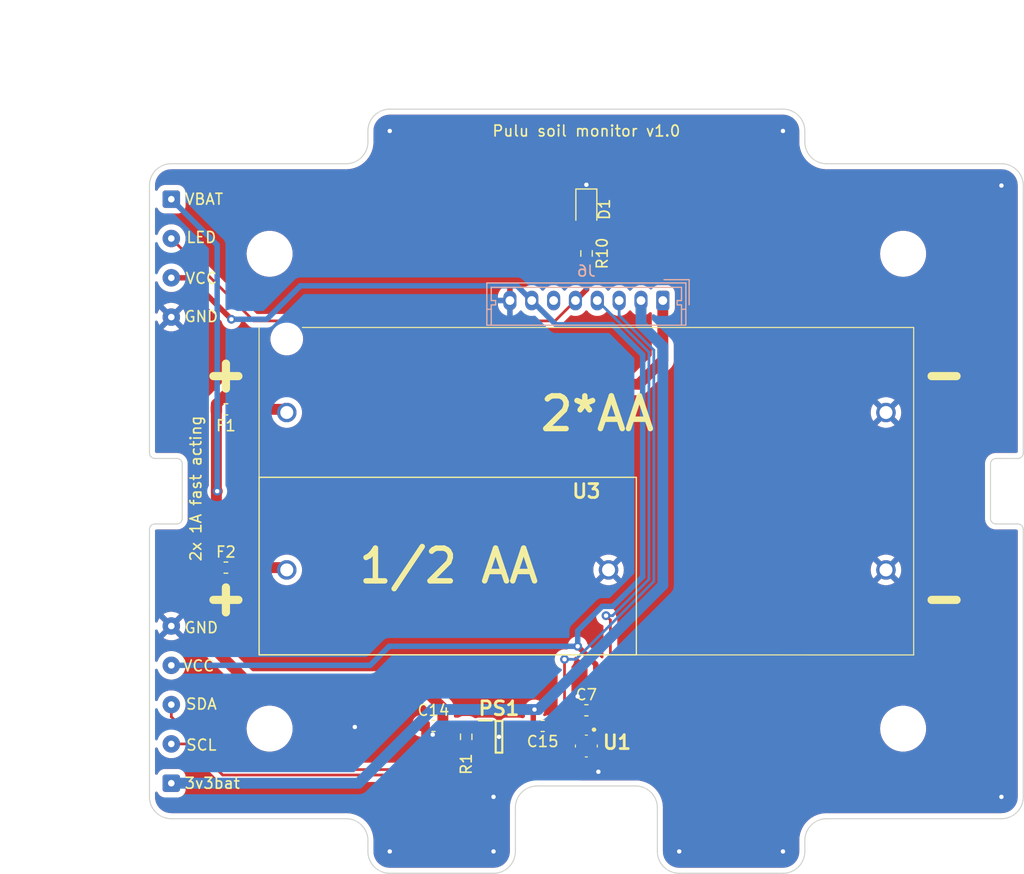
<source format=kicad_pcb>
(kicad_pcb (version 20211014) (generator pcbnew)
  (layers (0 "F.Cu" signal) (31 "B.Cu" signal) (34 "B.Paste" user) (35 "F.Paste" user) (36 "B.SilkS" user "B.Silkscreen") (37 "F.SilkS" user "F.Silkscreen") (38 "B.Mask" user) (39 "F.Mask" user) (44 "Edge.Cuts" user))
  (net 0 "")
  (net 1 "/IC2_MoistureSensor_SCL1")
  (net 2 "/IC2_MoistureSensor_SDA1")
  (net 3 "VCC")
  (net 4 "GND")
  (net 5 "VBAT")
  (net 6 "Net-(F1-Pad2)")
  (net 7 "Net-(PS1-Pad3)")
  (net 9 "Net-(D1-Pad2)")
  (net 10 "/battery")
  (net 11 "Net-(F2-Pad2)")
  (net 12 "/LED")
  (footprint "Connector_Wire:SolderWire-0.1sqmm_1x05_P3.6mm_D0.4mm_OD1mm" (layer "F.Cu") (at 169.5 124.75 90)
    (fp_text reference "REF**" hide)
    (fp_text value "SolderWire-0.1sqmm_1x05_P3.6mm_D0.4mm_OD1mm" hide)
  )
  (footprint "MountingHole:MountingHole_3.2mm_M3" (layer "F.Cu") (at 178.5 76.25 90)
    (fp_text reference "REF5" hide)
    (fp_text value "MountingHole_3.2mm_M3" hide)
  )
  (footprint "Resistor_SMD:R_0603_1608Metric_Pad0.98x0.95mm_HandSolder" (layer "F.Cu") (at 207.515 76.22 -90)
    (fp_text reference "R10")
    (fp_text value "360R")
  )
  (footprint "Fuse:Fuse_0603_1608Metric_Pad1.05x0.95mm_HandSolder" (layer "F.Cu") (at 174.5 90.5)
    (fp_text reference "F1")
    (fp_text value "Fuse")
  )
  (footprint "Capacitor_SMD:C_0603_1608Metric_Pad1.08x0.95mm_HandSolder" (layer "F.Cu") (at 193.5 119.5)
    (fp_text reference "C14")
    (fp_text value "100nF")
  )
  (footprint "LTR-329ALS:LTR329ALS01" (layer "F.Cu") (at 207.5 121.06875 180)
    (fp_text reference "U1")
    (fp_text value "LTR-329ALS-01" hide)
  )
  (footprint "" (layer "F.Cu") (at 178.5 76.25)
    (fp_text reference "")
    (fp_text value "")
  )
  (footprint "Capacitor_SMD:C_0603_1608Metric_Pad1.08x0.95mm_HandSolder" (layer "F.Cu") (at 203.5 119.5 180)
    (fp_text reference "C15")
    (fp_text value "100nF")
  )
  (footprint "MountingHole:MountingHole_3.2mm_M3" (layer "F.Cu") (at 236.5 119.75 90)
    (fp_text reference "REF8" hide)
    (fp_text value "MountingHole_3.2mm_M3" hide)
  )
  (footprint "logo's:VIVES_LOGO_10MM" (layer "F.Cu") (at 219.5 73)
    (fp_text reference "G***")
    (fp_text value "LOGO" hide)
  )
  (footprint "MountingHole:MountingHole_3.2mm_M3" (layer "F.Cu") (at 178.5 119.75 90)
    (fp_text reference "REF6" hide)
    (fp_text value "MountingHole_3.2mm_M3" hide)
  )
  (footprint "1013:1013" (layer "F.Cu") (at 207.5 98)
    (fp_text reference "U3")
    (fp_text value "1013" hide)
  )
  (footprint "Resistor_SMD:R_0603_1608Metric_Pad0.98x0.95mm_HandSolder" (layer "F.Cu") (at 196.5 120.5 -90)
    (fp_text reference "R1")
    (fp_text value "0R")
  )
  (footprint "Capacitor_SMD:C_0603_1608Metric_Pad1.08x0.95mm_HandSolder" (layer "F.Cu") (at 207.5 118.06875)
    (fp_text reference "C7")
    (fp_text value "100nF")
  )
  (footprint "S-1318B33:SOT95P275X130-5N" (layer "F.Cu") (at 199.5 120.5)
    (fp_text reference "PS1")
    (fp_text value "S-1318B33-M5T1U4" hide)
  )
  (footprint "Fuse:Fuse_0603_1608Metric_Pad1.05x0.95mm_HandSolder" (layer "F.Cu") (at 174.5 105)
    (fp_text reference "F2")
    (fp_text value "Fuse")
  )
  (footprint "MountingHole:MountingHole_3.2mm_M3" (layer "F.Cu") (at 236.5 76.25 90)
    (fp_text reference "REF7" hide)
    (fp_text value "MountingHole_3.2mm_M3" hide)
  )
  (footprint "LED_SMD:LED_0805_2012Metric_Pad1.15x1.40mm_HandSolder" (layer "F.Cu") (at 207.5 72.175 -90)
    (fp_text reference "D1")
    (fp_text value "LED")
  )
  (footprint "Connector_Wire:SolderWire-0.1sqmm_1x04_P3.6mm_D0.4mm_OD1mm" (layer "F.Cu") (at 169.5 71.25 -90)
    (fp_text reference "REF**" hide)
    (fp_text value "SolderWire-0.1sqmm_1x04_P3.6mm_D0.4mm_OD1mm" hide)
  )
  (footprint "logo's:PULU_LOGO_10MM" (layer "F.Cu") (at 196 72)
    (fp_text reference "")
    (fp_text value "")
  )
  (footprint "Connector_Molex:Molex_Micro-Latch_53253-0870_1x08_P2.00mm_Vertical" (layer "B.Cu") (at 214.5 80.5325 180)
    (fp_text reference "J6")
    (fp_text value "Conn_01x08")
  )
  (gr_arc (start 201 131) (mid 200.414214 132.414214) (end 199 133) (layer "Edge.Cuts") (width 0.1))
  (gr_arc (start 187.5 66) (mid 186.914214 67.414214) (end 185.5 68) (layer "Edge.Cuts") (width 0.1))
  (gr_line (start 167.5 78.5) (end 167.5 91.5) (layer "Edge.Cuts") (width 0.1))
  (gr_line (start 187.5 66) (end 187.5 65) (layer "Edge.Cuts") (width 0.1))
  (gr_arc (start 247.5 126) (mid 246.914214 127.414214) (end 245.5 128) (layer "Edge.Cuts") (width 0.1))
  (gr_line (start 229.5 68) (end 245.5 68) (layer "Edge.Cuts") (width 0.1))
  (gr_line (start 187.5 131) (end 187.5 130) (layer "Edge.Cuts") (width 0.1))
  (gr_arc (start 168 95) (mid 167.646447 94.853553) (end 167.5 94.5) (layer "Edge.Cuts") (width 0.1))
  (gr_line (start 201 131) (end 201 127) (layer "Edge.Cuts") (width 0.1))
  (gr_arc (start 201 127) (mid 201.585786 125.585786) (end 203 125) (layer "Edge.Cuts") (width 0.1))
  (gr_arc (start 227.5 130) (mid 228.085786 128.585786) (end 229.5 128) (layer "Edge.Cuts") (width 0.1))
  (gr_arc (start 216 133) (mid 214.585786 132.414214) (end 214 131) (layer "Edge.Cuts") (width 0.1))
  (gr_arc (start 187.5 65) (mid 188.085786 63.585786) (end 189.5 63) (layer "Edge.Cuts") (width 0.1))
  (gr_arc (start 212 125) (mid 213.414214 125.585786) (end 214 127) (layer "Edge.Cuts") (width 0.1))
  (gr_line (start 185.5 128) (end 169.5 128) (layer "Edge.Cuts") (width 0.1))
  (gr_arc (start 185.5 128) (mid 186.914214 128.585786) (end 187.5 130) (layer "Edge.Cuts") (width 0.1))
  (gr_line (start 169.5 68) (end 172.5 68) (layer "Edge.Cuts") (width 0.1))
  (gr_arc (start 247.5 94.5) (mid 247.353553 94.853553) (end 247 95) (layer "Edge.Cuts") (width 0.1))
  (gr_arc (start 245 101) (mid 244.646447 100.853553) (end 244.5 100.5) (layer "Edge.Cuts") (width 0.1))
  (gr_line (start 247 95) (end 245.5 95) (layer "Edge.Cuts") (width 0.1))
  (gr_line (start 167.5 121.5) (end 167.5 126) (layer "Edge.Cuts") (width 0.1))
  (gr_line (start 247.5 101.5) (end 247.5 126) (layer "Edge.Cuts") (width 0.1))
  (gr_line (start 245.5 95) (end 245 95) (layer "Edge.Cuts") (width 0.1))
  (gr_line (start 203 125) (end 212 125) (layer "Edge.Cuts") (width 0.1))
  (gr_line (start 167.5 108.5) (end 167.5 121.5) (layer "Edge.Cuts") (width 0.1))
  (gr_line (start 244.5 95.5) (end 244.5 100.5) (layer "Edge.Cuts") (width 0.1))
  (gr_arc (start 170 95) (mid 170.353553 95.146447) (end 170.5 95.5) (layer "Edge.Cuts") (width 0.1))
  (gr_arc (start 170.5 100.5) (mid 170.353553 100.853553) (end 170 101) (layer "Edge.Cuts") (width 0.1))
  (gr_line (start 245.5 128) (end 229.5 128) (layer "Edge.Cuts") (width 0.1))
  (gr_line (start 227.5 65) (end 227.5 66) (layer "Edge.Cuts") (width 0.1))
  (gr_arc (start 189.5 133) (mid 188.085786 132.414214) (end 187.5 131) (layer "Edge.Cuts") (width 0.1))
  (gr_line (start 214 127) (end 214 131) (layer "Edge.Cuts") (width 0.1))
  (gr_arc (start 247 101) (mid 247.353553 101.146447) (end 247.5 101.5) (layer "Edge.Cuts") (width 0.1))
  (gr_line (start 245 101) (end 247 101) (layer "Edge.Cuts") (width 0.1))
  (gr_line (start 167.5 70) (end 167.5 78.5) (layer "Edge.Cuts") (width 0.1))
  (gr_arc (start 229.5 68) (mid 228.085786 67.414214) (end 227.5 66) (layer "Edge.Cuts") (width 0.1))
  (gr_line (start 189.5 133) (end 199 133) (layer "Edge.Cuts") (width 0.1))
  (gr_arc (start 167.5 101.5) (mid 167.646447 101.146447) (end 168 101) (layer "Edge.Cuts") (width 0.1))
  (gr_line (start 247.5 70) (end 247.5 94.5) (layer "Edge.Cuts") (width 0.1))
  (gr_line (start 216 133) (end 225.5 133) (layer "Edge.Cuts") (width 0.1))
  (gr_line (start 168 95) (end 170 95) (layer "Edge.Cuts") (width 0.1))
  (gr_arc (start 167.5 70) (mid 168.085786 68.585786) (end 169.5 68) (layer "Edge.Cuts") (width 0.1))
  (gr_line (start 167.5 91.5) (end 167.5 94.5) (layer "Edge.Cuts") (width 0.1))
  (gr_line (start 170 101) (end 168 101) (layer "Edge.Cuts") (width 0.1))
  (gr_arc (start 169.5 128) (mid 168.085786 127.414214) (end 167.5 126) (layer "Edge.Cuts") (width 0.1))
  (gr_line (start 227.5 130) (end 227.5 131) (layer "Edge.Cuts") (width 0.1))
  (gr_arc (start 227.5 131) (mid 226.914214 132.414214) (end 225.5 133) (layer "Edge.Cuts") (width 0.1))
  (gr_arc (start 245.5 68) (mid 246.914214 68.585786) (end 247.5 70) (layer "Edge.Cuts") (width 0.1))
  (gr_line (start 167.5 101.5) (end 167.5 108.5) (layer "Edge.Cuts") (width 0.1))
  (gr_line (start 170.5 95.5) (end 170.5 100.5) (layer "Edge.Cuts") (width 0.1))
  (gr_arc (start 225.5 63) (mid 226.914214 63.585786) (end 227.5 65) (layer "Edge.Cuts") (width 0.1))
  (gr_line (start 189.5 63) (end 225.5 63) (layer "Edge.Cuts") (width 0.1))
  (gr_line (start 172.5 68) (end 185.5 68) (layer "Edge.Cuts") (width 0.1))
  (gr_arc (start 244.5 95.5) (mid 244.646447 95.146447) (end 245 95) (layer "Edge.Cuts") (width 0.1))
  (gr_text "-\n" (at 240.25 87.25) (layer "F.SilkS") (effects (font (size 3 3) (thickness 0.75))))
  (gr_text "GND" (at 172.25 110.5) (layer "F.SilkS") (effects (font (size 1 1))))
  (gr_text "Pulu soil monitor v1.0" (at 207.5 65) (layer "F.SilkS") (effects (font (size 1 1))))
  (gr_text "VBAT" (at 172.5 71.25) (layer "F.SilkS") (effects (font (size 1 1))))
  (gr_text "3v3bat" (at 173.25 124.75) (layer "F.SilkS") (effects (font (size 1 1))))
  (gr_text "+" (at 174.5 87.25) (layer "F.SilkS") (effects (font (size 3 3) (thickness 0.75))))
  (gr_text "-\n" (at 240.25 107.75) (layer "F.SilkS") (effects (font (size 3 3) (thickness 0.75))))
  (gr_text "SDA" (at 172.25 117.5) (layer "F.SilkS") (effects (font (size 1 1))))
  (gr_text "VCC" (at 172.25 78.5) (layer "F.SilkS") (effects (font (size 1 1))))
  (gr_text "+" (at 174.5 107.75) (layer "F.SilkS") (effects (font (size 3 3) (thickness 0.75))))
  (gr_text "2x 1A fast acting" (at 171.75 97.75 90) (layer "F.SilkS") (effects (font (size 1 1))))
  (gr_text "SCL" (at 172.25 121.25) (layer "F.SilkS") (effects (font (size 1 1))))
  (gr_text "VCC" (at 172 114) (layer "F.SilkS") (effects (font (size 1 1))))
  (gr_text "GND" (at 172.25 82) (layer "F.SilkS") (effects (font (size 1 1))))
  (gr_text "LED" (at 172.25 74.75) (layer "F.SilkS") (effects (font (size 1 1))))
  (segment (start 209.3 109.4) (end 209.7 109.8) (width 0.25) (layer "F.Cu") (net 1))
  (segment (start 206.292772 124) (end 174.200001 124) (width 0.25) (layer "F.Cu") (net 1))
  (segment (start 208.1 122.192772) (end 206.292772 124) (width 0.25) (layer "F.Cu") (net 1))
  (segment (start 208.1 122.01875) (end 208.1 122.192772) (width 0.25) (layer "F.Cu") (net 1))
  (segment (start 174.200001 124) (end 171.350001 121.15) (width 0.25) (layer "F.Cu") (net 1))
  (segment (start 209.7 120.41875) (end 208.1 122.01875) (width 0.25) (layer "F.Cu") (net 1))
  (segment (start 171.350001 121.15) (end 169.5 121.15) (width 0.25) (layer "F.Cu") (net 1))
  (segment (start 209.7 109.8) (end 209.7 120.41875) (width 0.25) (layer "F.Cu") (net 1))
  (via (at 209.3 109.4) (size 0.8) (drill 0.4) (layers "F.Cu" "B.Cu") (net 1))
  (segment (start 209.9 109.4) (end 213.22596 106.07404) (width 0.25) (layer "B.Cu") (net 1))
  (segment (start 213.22596 106.07404) (end 213.22596 85.25846) (width 0.25) (layer "B.Cu") (net 1))
  (segment (start 213.22596 85.25846) (end 208.5 80.5325) (width 0.25) (layer "B.Cu") (net 1))
  (segment (start 209.3 109.4) (end 209.9 109.4) (width 0.25) (layer "B.Cu") (net 1))
  (segment (start 205.5 120.61875) (end 206.9 122.01875) (width 0.25) (layer "F.Cu") (net 2))
  (segment (start 206.9 122.01875) (end 205.41875 123.5) (width 0.25) (layer "F.Cu") (net 2))
  (segment (start 174.335719 123.5) (end 169.5 118.664281) (width 0.25) (layer "F.Cu") (net 2))
  (segment (start 169.5 118.664281) (end 169.5 117.55) (width 0.25) (layer "F.Cu") (net 2))
  (segment (start 205.41875 123.5) (end 174.335719 123.5) (width 0.25) (layer "F.Cu") (net 2))
  (segment (start 205.5 113.4) (end 205.5 120.61875) (width 0.25) (layer "F.Cu") (net 2))
  (via (at 205.5 113.4) (size 0.8) (drill 0.4) (layers "F.Cu" "B.Cu") (net 2))
  (segment (start 213.67548 106.262026) (end 213.67548 85.072262) (width 0.25) (layer "B.Cu") (net 2))
  (segment (start 210.5 81.896782) (end 210.5 80.5325) (width 0.25) (layer "B.Cu") (net 2))
  (segment (start 205.5 113.4) (end 206.537506 113.4) (width 0.25) (layer "B.Cu") (net 2))
  (segment (start 206.537506 113.4) (end 213.67548 106.262026) (width 0.25) (layer "B.Cu") (net 2))
  (segment (start 213.67548 85.072262) (end 210.5 81.896782) (width 0.25) (layer "B.Cu") (net 2))
  (segment (start 208.3625 113.8625) (end 206.706454 112.206454) (width 0.5) (layer "F.Cu") (net 3))
  (segment (start 171.2 78.45) (end 169.5 78.45) (width 0.5) (layer "F.Cu") (net 3))
  (segment (start 208.3625 118.06875) (end 208.3625 113.8625) (width 0.5) (layer "F.Cu") (net 3))
  (segment (start 208.1 120.66875) (end 208.1 118.33125) (width 0.5) (layer "F.Cu") (net 3))
  (segment (start 175 82.25) (end 171.2 78.45) (width 0.5) (layer "F.Cu") (net 3))
  (segment (start 208.1 118.33125) (end 208.3625 118.06875) (width 0.5) (layer "F.Cu") (net 3))
  (via (at 206.706454 112.206454) (size 0.8) (drill 0.4) (layers "F.Cu" "B.Cu") (net 3))
  (via (at 175 82.25) (size 0.8) (drill 0.4) (layers "F.Cu" "B.Cu") (net 3))
  (segment (start 212.65144 105.836066) (end 212.65144 85.496434) (width 0.5) (layer "B.Cu") (net 3))
  (segment (start 209.905006 82.75) (end 204.7175 82.75) (width 0.5) (layer "B.Cu") (net 3))
  (segment (start 206.706454 112.206454) (end 206.706454 110.792155) (width 0.5) (layer "B.Cu") (net 3))
  (segment (start 208.94812 108.550489) (end 209.937017 108.550489) (width 0.5) (layer "B.Cu") (net 3))
  (segment (start 209.937017 108.550489) (end 212.65144 105.836066) (width 0.5) (layer "B.Cu") (net 3))
  (segment (start 206.706454 112.206454) (end 189.443546 112.206454) (width 0.5) (layer "B.Cu") (net 3))
  (segment (start 181.31702 79.18298) (end 201.15048 79.18298) (width 0.5) (layer "B.Cu") (net 3))
  (segment (start 175 82.25) (end 178.25 82.25) (width 0.5) (layer "B.Cu") (net 3))
  (segment (start 187.7 113.95) (end 169.5 113.95) (width 0.5) (layer "B.Cu") (net 3))
  (segment (start 212.65144 85.496434) (end 209.905006 82.75) (width 0.5) (layer "B.Cu") (net 3))
  (segment (start 206.706454 110.792155) (end 208.94812 108.550489) (width 0.5) (layer "B.Cu") (net 3))
  (segment (start 178.25 82.25) (end 181.31702 79.18298) (width 0.5) (layer "B.Cu") (net 3))
  (segment (start 189.443546 112.206454) (end 187.7 113.95) (width 0.5) (layer "B.Cu") (net 3))
  (segment (start 204.7175 82.75) (end 202.5 80.5325) (width 0.5) (layer "B.Cu") (net 3))
  (segment (start 201.15048 79.18298) (end 202.5 80.5325) (width 0.5) (layer "B.Cu") (net 3))
  (segment (start 206.6375 116.8625) (end 206.6375 118.06875) (width 0.5) (layer "F.Cu") (net 4))
  (segment (start 206.9 118.33125) (end 206.6375 118.06875) (width 0.5) (layer "F.Cu") (net 4))
  (segment (start 206.9 120.66875) (end 206.9 118.33125) (width 0.5) (layer "F.Cu") (net 4))
  (segment (start 192.6375 119.5) (end 192.637582 119.5) (width 0.5) (layer "F.Cu") (net 4))
  (segment (start 198.25 120.5) (end 199.5 120.5) (width 0.5) (layer "F.Cu") (net 4))
  (segment (start 192.637582 119.5) (end 193.434 120.296418) (width 0.5) (layer "F.Cu") (net 4))
  (segment (start 203.3625 120.5) (end 204.3625 119.5) (width 0.5) (layer "F.Cu") (net 4))
  (segment (start 206.7 116.8) (end 206.6375 116.8625) (width 0.5) (layer "F.Cu") (net 4))
  (segment (start 207.5 71.15) (end 207.5 69.925) (width 0.5) (layer "F.Cu") (net 4))
  (segment (start 199.5 120.5) (end 203.3625 120.5) (width 0.5) (layer "F.Cu") (net 4))
  (via (at 186.3 119.6) (size 0.8) (drill 0.4) (layers "F.Cu" "B.Cu") (net 4))
  (via (at 245.5 126) (size 0.8) (drill 0.4) (layers "F.Cu" "B.Cu") (net 4))
  (via (at 207.5 69.925) (size 0.8) (drill 0.4) (layers "F.Cu" "B.Cu") (net 4))
  (via (at 199 131) (size 0.8) (drill 0.4) (layers "F.Cu" "B.Cu") (net 4))
  (via (at 206.7 116.8) (size 0.8) (drill 0.4) (layers "F.Cu" "B.Cu") (net 4))
  (via (at 225.5 131) (size 0.8) (drill 0.4) (layers "F.Cu" "B.Cu") (net 4))
  (via (at 193.434 120.296418) (size 0.8) (drill 0.4) (layers "F.Cu" "B.Cu") (net 4))
  (via (at 225.5 65) (size 0.8) (drill 0.4) (layers "F.Cu" "B.Cu") (net 4))
  (via (at 208.6 123.7) (size 0.8) (drill 0.4) (layers "F.Cu" "B.Cu") (net 4))
  (via (at 216 131) (size 0.8) (drill 0.4) (layers "F.Cu" "B.Cu") (net 4))
  (via (at 189.5 65) (size 0.8) (drill 0.4) (layers "F.Cu" "B.Cu") (net 4))
  (via (at 199.5 120.5) (size 0.8) (drill 0.4) (layers "F.Cu" "B.Cu") (net 4))
  (via (at 199 126) (size 0.8) (drill 0.4) (layers "F.Cu" "B.Cu") (net 4))
  (via (at 245.5 70) (size 0.8) (drill 0.4) (layers "F.Cu" "B.Cu") (net 4))
  (via (at 189.5 131) (size 0.8) (drill 0.4) (layers "F.Cu" "B.Cu") (net 4))
  (segment (start 212.3 88.2) (end 214.5 86) (width 1) (layer "F.Cu") (net 5))
  (segment (start 196.4125 119.5) (end 196.5 119.5875) (width 0.5) (layer "F.Cu") (net 5))
  (segment (start 196.5375 119.55) (end 196.5 119.5875) (width 0.5) (layer "F.Cu") (net 5))
  (segment (start 192 115.5) (end 194.3625 117.8625) (width 1) (layer "F.Cu") (net 5))
  (segment (start 173.625 105) (end 173.625 112.625) (width 1) (layer "F.Cu") (net 5))
  (segment (start 173.625 90.5) (end 173.625 97.925) (width 1) (layer "F.Cu") (net 5))
  (segment (start 194.3625 119.5) (end 196.4125 119.5) (width 0.5) (layer "F.Cu") (net 5))
  (segment (start 214.5 86) (end 214.5 80.5325) (width 1) (layer "F.Cu") (net 5))
  (segment (start 198.25 119.55) (end 196.5375 119.55) (width 0.5) (layer "F.Cu") (net 5))
  (segment (start 175.45 88.2) (end 212.3 88.2) (width 1) (layer "F.Cu") (net 5))
  (segment (start 173.7 98) (end 173.625 98.075) (width 1) (layer "F.Cu") (net 5))
  (segment (start 173.625 90.025) (end 175.45 88.2) (width 1) (layer "F.Cu") (net 5))
  (segment (start 173.625 90.5) (end 173.625 90.025) (width 1) (layer "F.Cu") (net 5))
  (segment (start 173.625 112.625) (end 176.5 115.5) (width 1) (layer "F.Cu") (net 5))
  (segment (start 173.625 97.925) (end 173.7 98) (width 1) (layer "F.Cu") (net 5))
  (segment (start 176.5 115.5) (end 192 115.5) (width 1) (layer "F.Cu") (net 5))
  (segment (start 173.625 98.075) (end 173.625 105) (width 1) (layer "F.Cu") (net 5))
  (segment (start 194.3625 117.8625) (end 194.3625 119.5) (width 1) (layer "F.Cu") (net 5))
  (via (at 173.7 98) (size 0.8) (drill 0.4) (layers "F.Cu" "B.Cu") (net 5))
  (segment (start 173.7 75.45) (end 173.7 98) (width 0.5) (layer "B.Cu") (net 5))
  (segment (start 169.5 71.25) (end 173.7 75.45) (width 0.5) (layer "B.Cu") (net 5))
  (segment (start 179.78 90.5) (end 180.07 90.79) (width 1) (layer "F.Cu") (net 6))
  (segment (start 175.375 90.5) (end 179.78 90.5) (width 1) (layer "F.Cu") (net 6))
  (segment (start 196.5 121.4125) (end 198.2125 121.4125) (width 0.5) (layer "F.Cu") (net 7))
  (segment (start 198.2125 121.4125) (end 198.25 121.45) (width 0.5) (layer "F.Cu") (net 7))
  (segment (start 207.5 73.2) (end 207.5 75.2925) (width 0.5) (layer "F.Cu") (net 9))
  (segment (start 207.5 75.2925) (end 207.515 75.3075) (width 0.5) (layer "F.Cu") (net 9))
  (segment (start 200.75 119.55) (end 202.5875 119.55) (width 0.5) (layer "F.Cu") (net 10))
  (segment (start 202.6375 118.1125) (end 202.6375 119.5) (width 0.5) (layer "F.Cu") (net 10))
  (segment (start 202.75 118) (end 202.6375 118.1125) (width 0.5) (layer "F.Cu") (net 10))
  (segment (start 202.5875 119.55) (end 202.6375 119.5) (width 0.5) (layer "F.Cu") (net 10))
  (via (at 202.75 118) (size 0.8) (drill 0.4) (layers "F.Cu" "B.Cu") (net 10))
  (segment (start 202.75 118) (end 203.103553 118) (width 1) (layer "B.Cu") (net 10))
  (segment (start 203.103553 118) (end 214.5 106.603553) (width 1) (layer "B.Cu") (net 10))
  (segment (start 193.4 118) (end 186.65 124.75) (width 1) (layer "B.Cu") (net 10))
  (segment (start 214.5 106.603553) (end 214.5 84.730734) (width 1) (layer "B.Cu") (net 10))
  (segment (start 214.5 84.730734) (end 212.5 82.730734) (width 1) (layer "B.Cu") (net 10))
  (segment (start 186.65 124.75) (end 169.5 124.75) (width 1) (layer "B.Cu") (net 10))
  (segment (start 202.75 118) (end 193.4 118) (width 1) (layer "B.Cu") (net 10))
  (segment (start 212.5 82.730734) (end 212.5 80.5325) (width 1) (layer "B.Cu") (net 10))
  (segment (start 179.86 105) (end 180.07 105.21) (width 1) (layer "F.Cu") (net 11))
  (segment (start 175.375 105) (end 179.86 105) (width 1) (layer "F.Cu") (net 11))
  (segment (start 204.6325 82.4) (end 206.5 80.5325) (width 0.25) (layer "F.Cu") (net 12))
  (segment (start 177.05 82.4) (end 204.6325 82.4) (width 0.25) (layer "F.Cu") (net 12))
  (segment (start 169.5 74.85) (end 177.05 82.4) (width 0.25) (layer "F.Cu") (net 12))
  (segment (start 207.515 79.5175) (end 206.5 80.5325) (width 0.5) (layer "F.Cu") (net 12))
  (segment (start 207.515 77.1325) (end 207.515 79.5175) (width 0.5) (layer "F.Cu") (net 12))
  (zone (net 4) (net_name "GND") (layers F&B.Cu) (connect_pads (clearance 0.508)) (min_thickness 0.254) (fill yes (thermal_gap 0.508) (thermal_bridge_width 0.508))
    (polygon (pts (xy 247.5 133) (xy 167.5 133) (xy 167.5 63) (xy 247.5 63)))
  )
)
</source>
